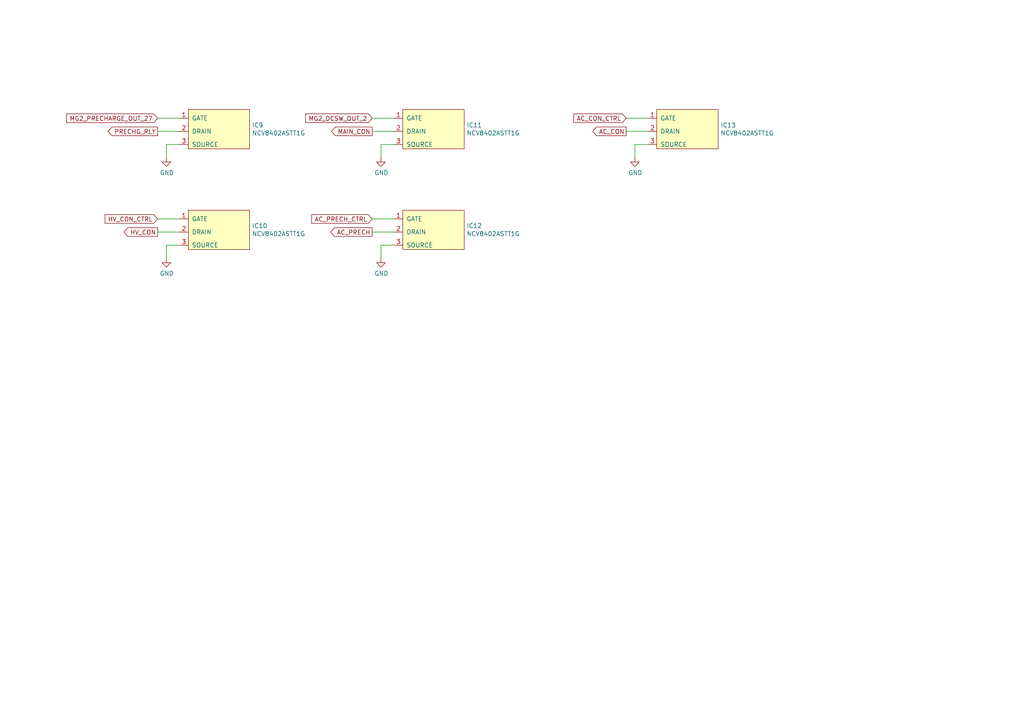
<source format=kicad_sch>
(kicad_sch (version 20211123) (generator eeschema)
  (paper "A4")
  (lib_symbols
    (symbol "auris-rescue:GND-power" (power) (pin_names (offset 0))
      (property "Value" "GND-power" (at 0 -3.81 0))
      (symbol "GND-power_0_1"
        (polyline (pts (xy 0 0) (xy 0 -1.27) (xy 1.27 -1.27) (xy 0 -2.54) (xy -1.27 -1.27) (xy 0 -1.27)))
      )
      (symbol "GND-power_1_1"
        (pin power_in line (at 0 0 270) (length 0) hide (name "GND") (number "1"))
      )
    )
    (symbol "auris:NCV8402ASTT1G" (pin_names (offset 1.016))
      (property "Reference" "D" (at -5.08 1.27 0))
      (property "Value" "NCV8402ASTT1G" (at -5.08 -1.27 0))
      (symbol "NCV8402ASTT1G_0_1"
        (rectangle (start -13.97 13.97) (end 3.81 2.54) (fill (type background)))
      )
      (symbol "NCV8402ASTT1G_1_1"
        (pin input line (at -16.51 11.43 0) (length 2.54) (name "GATE") (number "1"))
        (pin input line (at -16.51 7.62 0) (length 2.54) (name "DRAIN") (number "2"))
        (pin input line (at -16.51 3.81 0) (length 2.54) (name "SOURCE") (number "3"))
      )
    )
  )
  (wire (pts (xy 52.07 71.12) (xy 48.26 71.12)))
  (wire (pts (xy 52.07 67.31) (xy 45.72 67.31)))
  (wire (pts (xy 48.26 41.91) (xy 48.26 45.72)))
  (wire (pts (xy 114.3 38.1) (xy 107.95 38.1)))
  (wire (pts (xy 114.3 34.29) (xy 107.95 34.29)))
  (wire (pts (xy 114.3 71.12) (xy 110.49 71.12)))
  (wire (pts (xy 110.49 41.91) (xy 110.49 45.72)))
  (wire (pts (xy 52.07 38.1) (xy 45.72 38.1)))
  (wire (pts (xy 187.96 38.1) (xy 181.61 38.1)))
  (wire (pts (xy 52.07 41.91) (xy 48.26 41.91)))
  (wire (pts (xy 114.3 67.31) (xy 107.95 67.31)))
  (wire (pts (xy 114.3 63.5) (xy 107.95 63.5)))
  (wire (pts (xy 187.96 34.29) (xy 181.61 34.29)))
  (wire (pts (xy 52.07 63.5) (xy 45.72 63.5)))
  (wire (pts (xy 114.3 41.91) (xy 110.49 41.91)))
  (wire (pts (xy 110.49 71.12) (xy 110.49 74.93)))
  (wire (pts (xy 187.96 41.91) (xy 184.15 41.91)))
  (wire (pts (xy 52.07 34.29) (xy 45.72 34.29)))
  (wire (pts (xy 184.15 41.91) (xy 184.15 45.72)))
  (wire (pts (xy 48.26 71.12) (xy 48.26 74.93)))
  (global_label "AC_PRECH_CTRL" (shape input) (at 107.95 63.5 180) (property "Обозначения листов" "${INTERSHEET_REFS}" (effects hide)))
  (global_label "AC_CON_CTRL" (shape input) (at 181.61 34.29 180) (property "Обозначения листов" "${INTERSHEET_REFS}" (effects hide)))
  (global_label "PRECHG_RLY" (shape output) (at 45.72 38.1 180) (property "Обозначения листов" "${INTERSHEET_REFS}" (effects hide)))
  (global_label "HV_CON_CTRL" (shape input) (at 45.72 63.5 180) (property "Обозначения листов" "${INTERSHEET_REFS}" (effects hide)))
  (global_label "MG2_DCSW_OUT_2" (shape input) (at 107.95 34.29 180) (property "Обозначения листов" "${INTERSHEET_REFS}" (effects hide)))
  (global_label "AC_PRECH" (shape output) (at 107.95 67.31 180) (property "Обозначения листов" "${INTERSHEET_REFS}" (effects hide)))
  (global_label "AC_CON" (shape output) (at 181.61 38.1 180) (property "Обозначения листов" "${INTERSHEET_REFS}" (effects hide)))
  (global_label "MG2_PRECHARGE_OUT_27" (shape input) (at 45.72 34.29 180) (property "Обозначения листов" "${INTERSHEET_REFS}" (effects hide)))
  (global_label "HV_CON" (shape output) (at 45.72 67.31 180) (property "Обозначения листов" "${INTERSHEET_REFS}" (effects hide)))
  (global_label "MAIN_CON" (shape output) (at 107.95 38.1 180) (property "Обозначения листов" "${INTERSHEET_REFS}" (effects hide)))
  (symbol (lib_id "auris:NCV8402ASTT1G") (at 68.58 45.72 0) (unit 1)
    (property "Reference" "IC9" (at 73.0758 36.2966 0) (effects (justify left)))
    (property "Value" "NCV8402ASTT1G" (at 73.0758 38.608 0) (effects (justify left)))
    (property "Footprint" "Package_TO_SOT_SMD:SOT-223-3_TabPin2" (effects hide))
  )
  (symbol (lib_id "auris-rescue:GND-power") (at 48.26 45.72 0) (unit 1)
    (property "Reference" "#PWR0173" (effects hide))
    (property "Value" "GND" (at 48.387 50.1142 0))
  )
  (symbol (lib_id "auris:NCV8402ASTT1G") (at 130.81 45.72 0) (unit 1)
    (property "Reference" "IC11" (at 135.3058 36.2966 0) (effects (justify left)))
    (property "Value" "NCV8402ASTT1G" (at 135.3058 38.608 0) (effects (justify left)))
    (property "Footprint" "Package_TO_SOT_SMD:SOT-223-3_TabPin2" (effects hide))
  )
  (symbol (lib_id "auris-rescue:GND-power") (at 110.49 45.72 0) (unit 1)
    (property "Reference" "#PWR0174" (effects hide))
    (property "Value" "GND" (at 110.617 50.1142 0))
  )
  (symbol (lib_id "auris:NCV8402ASTT1G") (at 204.47 45.72 0) (unit 1)
    (property "Reference" "IC13" (at 208.9658 36.2966 0) (effects (justify left)))
    (property "Value" "NCV8402ASTT1G" (at 208.9658 38.608 0) (effects (justify left)))
    (property "Footprint" "Package_TO_SOT_SMD:SOT-223-3_TabPin2" (effects hide))
  )
  (symbol (lib_id "auris-rescue:GND-power") (at 184.15 45.72 0) (unit 1)
    (property "Reference" "#PWR0175" (effects hide))
    (property "Value" "GND" (at 184.277 50.1142 0))
  )
  (symbol (lib_id "auris:NCV8402ASTT1G") (at 68.58 74.93 0) (unit 1)
    (property "Reference" "IC10" (at 73.0758 65.5066 0) (effects (justify left)))
    (property "Value" "NCV8402ASTT1G" (at 73.0758 67.818 0) (effects (justify left)))
    (property "Footprint" "Package_TO_SOT_SMD:SOT-223-3_TabPin2" (effects hide))
  )
  (symbol (lib_id "auris-rescue:GND-power") (at 48.26 74.93 0) (unit 1)
    (property "Reference" "#PWR0176" (effects hide))
    (property "Value" "GND" (at 48.387 79.3242 0))
  )
  (symbol (lib_id "auris:NCV8402ASTT1G") (at 130.81 74.93 0) (unit 1)
    (property "Reference" "IC12" (at 135.3058 65.5066 0) (effects (justify left)))
    (property "Value" "NCV8402ASTT1G" (at 135.3058 67.818 0) (effects (justify left)))
    (property "Footprint" "Package_TO_SOT_SMD:SOT-223-3_TabPin2" (effects hide))
  )
  (symbol (lib_id "auris-rescue:GND-power") (at 110.49 74.93 0) (unit 1)
    (property "Reference" "#PWR0177" (effects hide))
    (property "Value" "GND" (at 110.617 79.3242 0))
  )
)
</source>
